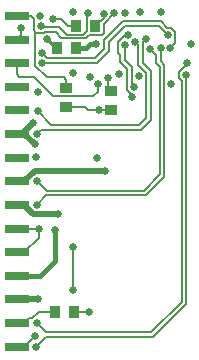
<source format=gbl>
%FSLAX25Y25*%
%MOIN*%
G70*
G01*
G75*
G04 Layer_Physical_Order=4*
G04 Layer_Color=16711680*
%ADD10R,0.07874X0.03150*%
%ADD11R,0.01969X0.04724*%
%ADD12R,0.01181X0.03150*%
%ADD13R,0.03937X0.03543*%
%ADD14C,0.00800*%
%ADD15C,0.02000*%
%ADD16C,0.00600*%
%ADD17C,0.01500*%
%ADD18C,0.02600*%
%ADD19C,0.04000*%
%ADD20C,0.01000*%
%ADD21C,0.03200*%
%ADD22R,0.03937X0.03740*%
%ADD23R,0.03740X0.03937*%
%ADD24R,0.03543X0.03937*%
%ADD25C,0.01200*%
D10*
X447500Y400236D02*
D03*
Y290000D02*
D03*
Y297874D02*
D03*
Y305748D02*
D03*
Y313622D02*
D03*
Y321496D02*
D03*
Y329370D02*
D03*
Y337244D02*
D03*
Y345118D02*
D03*
Y352992D02*
D03*
Y360866D02*
D03*
Y368740D02*
D03*
Y376614D02*
D03*
Y392362D02*
D03*
Y384488D02*
D03*
D13*
X464000Y369950D02*
D03*
Y376250D02*
D03*
D14*
X457400Y340400D02*
X490563D01*
X457500Y342000D02*
X489900D01*
X495300Y347400D02*
Y383286D01*
X489900Y342000D02*
X495300Y347400D01*
X496800Y346637D02*
Y374400D01*
X490563Y340400D02*
X496800Y346637D01*
X502500Y305000D02*
Y378465D01*
X504100Y304337D02*
Y380400D01*
X487900Y384000D02*
X490600Y381300D01*
Y366300D02*
Y381300D01*
X489586Y384577D02*
Y391586D01*
Y384577D02*
X492200Y381963D01*
Y365637D02*
Y381963D01*
X484300Y375465D02*
Y382600D01*
X488863Y362300D02*
X492200Y365637D01*
X455800Y362300D02*
X488863D01*
X488200Y363900D02*
X490600Y366300D01*
X459080Y363900D02*
X488200D01*
X484300Y375465D02*
X486000Y373764D01*
X487900Y384000D02*
Y390600D01*
X482000Y384900D02*
X484300Y382600D01*
X485900Y377400D02*
Y383263D01*
X483600Y385563D02*
X485900Y383263D01*
X483600Y385563D02*
Y390200D01*
X481300Y388000D02*
X482000Y387300D01*
Y384900D02*
Y387300D01*
X478200Y391437D02*
X483563Y396800D01*
X476600Y392100D02*
X482900Y398400D01*
X483563Y396800D02*
X494900D01*
X482900Y398400D02*
X495700D01*
X454366Y360866D02*
X455800Y362300D01*
X454244Y337244D02*
X457400Y340400D01*
X475000Y368945D02*
Y369000D01*
Y368945D02*
X475095Y368850D01*
X477900D01*
X454374Y297874D02*
X457448Y294800D01*
X454000Y290000D02*
X457200Y293200D01*
X492963D01*
X457448Y294800D02*
X492300D01*
X476500Y399650D02*
Y401000D01*
X473750Y396900D02*
X476500Y399650D01*
X477897Y379603D02*
X477900Y379600D01*
X447500Y345118D02*
X447618D01*
X447500Y329370D02*
X454870D01*
X447500Y321496D02*
X450004D01*
X454870Y326362D01*
Y329370D01*
X454847Y301600D02*
X460450D01*
X452747Y299500D02*
X454847Y301600D01*
X447500Y297874D02*
X449874D01*
X451500Y299500D02*
X452747D01*
X449874Y297874D02*
X451500Y299500D01*
X466750Y301600D02*
X471600D01*
X447500Y290000D02*
X450000D01*
X453500Y293500D01*
X477900Y375150D02*
Y379600D01*
X501500Y379465D02*
Y381536D01*
X504200Y384236D02*
Y384400D01*
X501500Y381536D02*
X504200Y384236D01*
X466200Y308900D02*
Y323100D01*
X454382Y345118D02*
X457500Y342000D01*
X454480Y368500D02*
X459080Y363900D01*
X495500Y385349D02*
Y389500D01*
Y385349D02*
X496800Y384049D01*
Y374400D02*
Y384049D01*
X494043Y384543D02*
X495300Y383286D01*
X494043Y384543D02*
Y387204D01*
X491886Y389361D02*
X494043Y387204D01*
X487000Y391500D02*
X487900Y390600D01*
X489586Y391586D02*
X490500Y392500D01*
X486000Y373100D02*
Y373764D01*
X485900Y377400D02*
X486800Y376500D01*
X483765Y393900D02*
X484600D01*
X483600Y390200D02*
X483800Y390400D01*
X481300Y388000D02*
Y391436D01*
X483765Y393900D01*
X474215Y384700D02*
X478200Y388685D01*
X494900Y396800D02*
X497900Y393800D01*
X501500Y379465D02*
X502500Y378465D01*
X492300Y294800D02*
X502500Y305000D01*
X504000Y380500D02*
X504100Y380400D01*
X492963Y293200D02*
X504100Y304337D01*
X473553Y386300D02*
X476600Y389347D01*
Y392100D01*
X495700Y398400D02*
X497800Y396300D01*
X498936D01*
X500400Y394835D01*
Y391100D02*
Y394835D01*
X498800Y389500D02*
X500400Y391100D01*
X478200Y388685D02*
Y391437D01*
X462200Y399200D02*
X464500Y396900D01*
X459500Y399200D02*
X462200D01*
X464500Y396900D02*
X467450D01*
X456000Y387800D02*
X456136D01*
X457635Y386300D01*
X456000Y384400D02*
X456300Y384700D01*
X474215D01*
X457635Y386300D02*
X473553D01*
D15*
X453500Y348500D02*
X477000D01*
X453043Y334344D02*
X461256D01*
X447500Y305748D02*
X454752D01*
X447618Y345118D02*
X450118D01*
X453500Y348500D01*
X447500Y337244D02*
X450143D01*
X447500Y360866D02*
X449366D01*
X453000Y364500D01*
X447500Y360866D02*
X450134D01*
X453500Y357500D01*
X461256Y334344D02*
X461300Y334300D01*
X450143Y337244D02*
X453043Y334344D01*
D16*
X476520Y394559D02*
Y397515D01*
X475961Y394000D02*
X476520Y394559D01*
X471200Y369000D02*
X475000D01*
X470979Y400980D02*
X471200Y401200D01*
X449100Y393962D02*
Y396200D01*
X447500Y392362D02*
X449100Y393962D01*
X464000Y369950D02*
X470250D01*
X471200Y369000D01*
X447500Y380900D02*
X448400Y380000D01*
X447500Y380900D02*
Y384488D01*
X470979Y395318D02*
Y400980D01*
X469693Y394032D02*
X470979Y395318D01*
X464459Y394032D02*
X469693D01*
X455900Y396700D02*
X461791D01*
X464459Y394032D01*
X447500Y400236D02*
X452252D01*
X453400Y399089D01*
X456511Y394700D02*
X456611Y394800D01*
X462468Y392831D02*
X470532D01*
X471700Y394000D01*
X475961D01*
X476520Y397515D02*
X480102Y401098D01*
X456611Y394800D02*
X460500D01*
X462468Y392831D01*
X453400Y395400D02*
Y399089D01*
Y395400D02*
X453800Y395000D01*
X474500Y375000D02*
Y377500D01*
X473000Y373500D02*
X474500Y375000D01*
X459700Y373500D02*
X473000D01*
X448400Y380000D02*
X453200D01*
X459700Y373500D01*
X457489Y379800D02*
X463200D01*
X464000Y379000D01*
Y376250D02*
Y379000D01*
X453800Y383489D02*
X457489Y379800D01*
X453800Y394700D02*
X456511D01*
X453800Y383489D02*
Y394700D01*
Y395000D01*
D17*
X447500Y313622D02*
X450630D01*
X447500D02*
X455222D01*
X460300Y318700D01*
Y328800D01*
X472050Y391000D02*
X473900D01*
X470650Y389600D02*
X472050Y391000D01*
X467250Y389600D02*
X470650D01*
D18*
X466200Y323100D02*
D03*
X477000Y348500D02*
D03*
X474200Y353000D02*
D03*
X486800Y376500D02*
D03*
X488200Y380300D02*
D03*
X461300Y334300D02*
D03*
X472000Y380000D02*
D03*
X475000Y369000D02*
D03*
X466400Y381300D02*
D03*
X481700Y380900D02*
D03*
X474500Y377500D02*
D03*
X477897Y379603D02*
D03*
X454244Y337244D02*
D03*
X486000Y373100D02*
D03*
X505500Y391000D02*
D03*
X495500Y401500D02*
D03*
X488527Y401473D02*
D03*
X483802Y401198D02*
D03*
X471200Y401200D02*
D03*
X454374Y297874D02*
D03*
X454000Y290000D02*
D03*
X454752Y305748D02*
D03*
X454480Y368500D02*
D03*
X454366Y360866D02*
D03*
X454382Y345118D02*
D03*
X453000Y364500D02*
D03*
X453500Y357500D02*
D03*
X454870Y329370D02*
D03*
X471600Y301600D02*
D03*
X453500Y293500D02*
D03*
X454500Y375000D02*
D03*
X455300Y400300D02*
D03*
X449100Y396200D02*
D03*
X454000Y353100D02*
D03*
X490500Y392500D02*
D03*
X499100Y377500D02*
D03*
X504000Y380500D02*
D03*
X504200Y384400D02*
D03*
X498800Y389500D02*
D03*
X460300Y328800D02*
D03*
X466200Y308900D02*
D03*
X495500Y389500D02*
D03*
X491886Y389361D02*
D03*
X487000Y391500D02*
D03*
X484600Y393900D02*
D03*
X483800Y390400D02*
D03*
X473900Y391000D02*
D03*
X456000Y387800D02*
D03*
Y384400D02*
D03*
X457700Y392600D02*
D03*
X497900Y393800D02*
D03*
X480102Y401098D02*
D03*
X476500Y401000D02*
D03*
X459500Y399200D02*
D03*
X466200Y401500D02*
D03*
X455600Y396900D02*
D03*
D22*
X479100Y375150D02*
D03*
Y368850D02*
D03*
D23*
X473750Y396900D02*
D03*
X467450D02*
D03*
X460950Y389600D02*
D03*
X467250D02*
D03*
D24*
X460450Y301600D02*
D03*
X466750D02*
D03*
D25*
X457700Y392600D02*
X460000Y390300D01*
M02*

</source>
